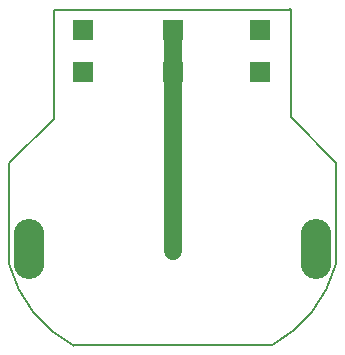
<source format=gbl>
G04 #@! TF.FileFunction,Copper,L2,Bot,Signal*
%FSLAX46Y46*%
G04 Gerber Fmt 4.6, Leading zero omitted, Abs format (unit mm)*
G04 Created by KiCad (PCBNEW 4.0.7) date 10/21/21 16:27:33*
%MOMM*%
%LPD*%
G01*
G04 APERTURE LIST*
%ADD10C,0.100000*%
%ADD11C,0.150000*%
%ADD12R,1.800000X1.800000*%
%ADD13O,2.600000X5.080000*%
%ADD14C,1.500000*%
%ADD15C,1.500000*%
%ADD16C,0.800000*%
%ADD17C,0.500000*%
G04 APERTURE END LIST*
D10*
D11*
X145105000Y-84673000D02*
X145125000Y-84673000D01*
X145105000Y-93899000D02*
X145105000Y-84673000D01*
X165181000Y-84658000D02*
X165014000Y-84658000D01*
X165181000Y-93795000D02*
X165181000Y-84658000D01*
X165186000Y-91945000D02*
X165186000Y-84676000D01*
X141305000Y-106238000D02*
X141305000Y-97719000D01*
X168961000Y-106213000D02*
X168961000Y-97597000D01*
X163540000Y-113096000D02*
X146761000Y-113096000D01*
X141314928Y-106247107D02*
G75*
G03X146771000Y-113125000I10637072J2835107D01*
G01*
X163531957Y-113100843D02*
G75*
G03X168974000Y-106223000I-5187957J9696843D01*
G01*
X168935000Y-97566000D02*
X165164000Y-93795000D01*
X145085000Y-93919000D02*
X141326000Y-97678000D01*
X145096000Y-84665000D02*
X165106000Y-84665000D01*
D12*
X147523000Y-86418000D03*
X147523000Y-89969000D03*
X155150000Y-86414000D03*
X155150000Y-89984000D03*
X162550000Y-86425000D03*
X162550000Y-89981000D03*
D13*
X142979000Y-104922000D03*
X167325000Y-104911000D03*
D14*
X155153000Y-105126000D03*
D15*
X155151000Y-105138000D02*
X155153000Y-89987000D01*
X155153000Y-89987000D02*
X155150000Y-89984000D01*
D16*
X155203000Y-105076000D02*
X155153000Y-105126000D01*
D15*
X155150000Y-89984000D02*
X155150000Y-86414000D01*
D16*
X155052000Y-90082000D02*
X155150000Y-89984000D01*
X155168000Y-105111000D02*
X155153000Y-105126000D01*
D17*
X147523000Y-86418000D02*
X147552000Y-86418000D01*
M02*

</source>
